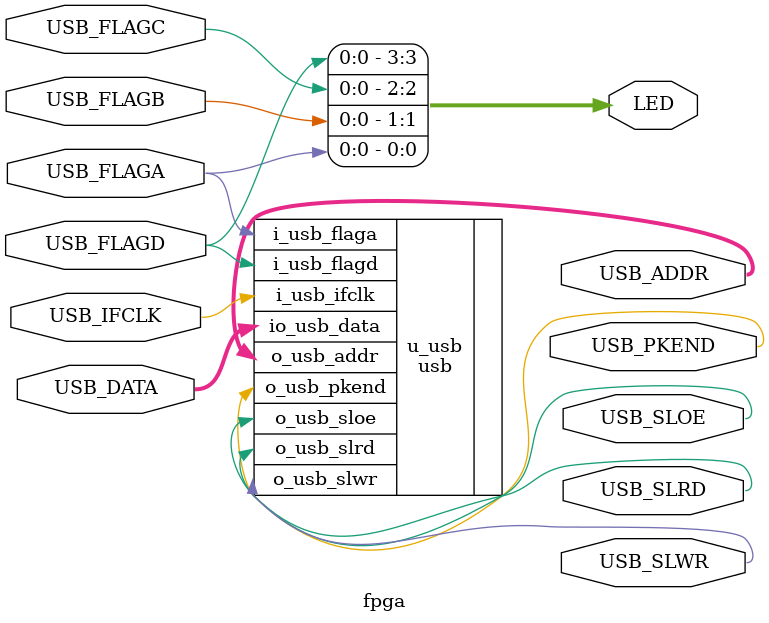
<source format=v>
`timescale 1ns / 1ps
`include "register.v"

module fpga(
	//--------------	Clock Input ----------------------------------------------//
//	input			      CLOCK_48,				 //	24 MHz
	//--------------	LED ------------------------------------------------------//
	output	[3:0]	   LED,					    //	LED [3:0]
	//--------------  SDRAM Interface ------------------------------------------//
//	inout	   [15:0]	SDRAM_DQ,				 //	SDRAM Data bus 16 Bits
//	output	[12:0]	SDRAM_ADDR,				 //	SDRAM Address bus 13 Bits
//	output	[1:0]	   SDRAM_DQM,				 //	SDRAM Data Mask 
//	output			   SDRAM_WE_N,				 //	SDRAM Write Enable
//	output			   SDRAM_CAS_N,			 //	SDRAM Column Address Strobe
//	output			   SDRAM_RAS_N,			 //	SDRAM Row Address Strobe
//	output	[1:0]	   SDRAM_BA,				 //	SDRAM Bank Address 
//	output			   SDRAM_CLK,				 //	SDRAM Clock	
//	output			   SDRAM_CS_N,				 //	SDRAM Chip Select
//	output			   SDRAM_CKE,				 //	SDRAM Clock Enable
	//-------------	USB Interface ------------------------------------------//
	inout	   [15:0]	USB_DATA,				 //	USB Data bus 16 Bits
	output	[1:0]	   USB_ADDR,				 //	USB Address bus 2 Bits
	output			   USB_SLRD,				 //	USB Read Enable
	output			   USB_SLWR,				 //	USB Write Enable
	output			   USB_SLOE,				 //	USB Output Enable
	input			      USB_FLAGA,				 //	USB Flag
	input			      USB_FLAGB,				 //	USB Flag
	input			      USB_FLAGC,				 //	USB Flag
	input			      USB_FLAGD,				 //	USB Flag
	output			   USB_PKEND,				 //	USB Packet end
	//output			   USB_WU2,				    //	USB Wake Up USB2
	input			      USB_IFCLK				 //	USB Clock inout
//	input			      USB_CLK_OUT,			 //	USB Clock Output
//	input	   [1:0]	   USB_INT,				    //   USB Interrupt
	//------------    GPIO --------------------------------------------------//
//	inout	   [33:0]	GPIOA,					 //   GPIOA, Can Be Used as Differential Pairs
//	inout	   [33:0]	GPIOB					    //   GPIOB, Can Be Used as Differential Pairs
	);

//reg [24 :0] counter = 0;
//reg updown = 0;
//
//always @(posedge CLOCK_48) begin
//   if (counter == `DELAY) begin
//	    counter <= 0;
//		 updown <= ~updown;
//	end
//	else begin
//	   counter <= counter + 1'b1;
//	end
//end
assign LED[0] = USB_FLAGA;
assign LED[1] = USB_FLAGB;
assign LED[2] = USB_FLAGC;
assign LED[3] = USB_FLAGD;

usb #(
.DATA_WIDTH (16)
) u_usb (
   .i_usb_ifclk (USB_IFCLK),			 //   USB Clock inout
	.i_usb_flaga (USB_FLAGA),			 //	USB Flag  //CY68013 EP2 FIFO empty indication; 1:not empty; 0: empty
	.i_usb_flagd (USB_FLAGD),			 //	USB Flag  //CY68013 EP6 FIFO full indication; 1:not full; 0: full
	
   .io_usb_data (USB_DATA),			 //   USB Data bus 16 Bits
	
	.o_usb_addr  (USB_ADDR),			 //   USB Address bus 2 Bits
	.o_usb_slrd  (USB_SLRD),			 //   USB Read Enable
	.o_usb_slwr  (USB_SLWR),			 //	USB Write Enable
	.o_usb_sloe  (USB_SLOE),			 //	USB Output Enable
	.o_usb_pkend (USB_PKEND)			 //	USB Packet end
);

endmodule

</source>
